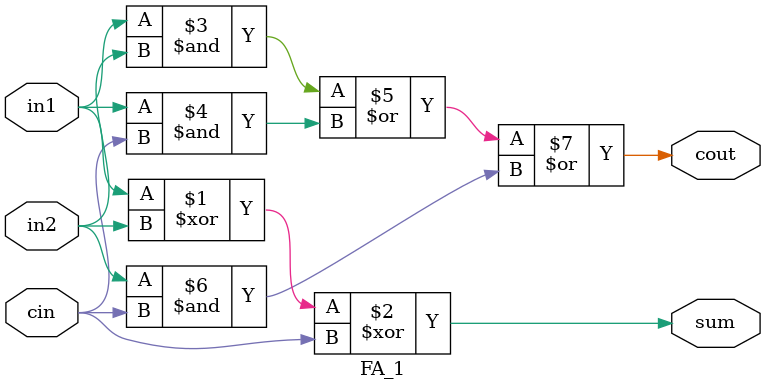
<source format=sv>
module FA_1(
    input logic     in1,
                    in2,
                    cin,

    output logic    sum,
    output logic    cout
    );

    assign sum = in1 ^ in2 ^ cin;
    assign cout = (in1 & in2) | (in1 & cin) | (in2 & cin);
endmodule
</source>
